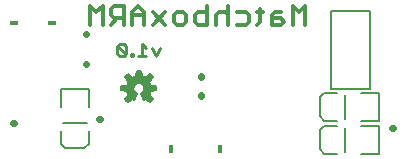
<source format=gbo>
G75*
G70*
%OFA0B0*%
%FSLAX24Y24*%
%IPPOS*%
%LPD*%
%AMOC8*
5,1,8,0,0,1.08239X$1,22.5*
%
%ADD10C,0.0140*%
%ADD11C,0.0090*%
%ADD12C,0.0080*%
%ADD13C,0.0050*%
%ADD14C,0.0220*%
%ADD15R,0.0300X0.0180*%
%ADD16R,0.0180X0.0300*%
%ADD17C,0.0059*%
D10*
X016997Y010830D02*
X016997Y011451D01*
X017204Y011244D01*
X017411Y011451D01*
X017411Y010830D01*
X017697Y010830D02*
X017904Y011037D01*
X017800Y011037D02*
X018111Y011037D01*
X018111Y010830D02*
X018111Y011451D01*
X017800Y011451D01*
X017697Y011347D01*
X017697Y011140D01*
X017800Y011037D01*
X018397Y011140D02*
X018810Y011140D01*
X018810Y011244D02*
X018810Y010830D01*
X019097Y010830D02*
X019510Y011244D01*
X019796Y011140D02*
X019900Y011244D01*
X020107Y011244D01*
X020210Y011140D01*
X020210Y010933D01*
X020107Y010830D01*
X019900Y010830D01*
X019796Y010933D01*
X019796Y011140D01*
X019510Y010830D02*
X019097Y011244D01*
X018810Y011244D02*
X018604Y011451D01*
X018397Y011244D01*
X018397Y010830D01*
X020496Y010933D02*
X020496Y011140D01*
X020600Y011244D01*
X020910Y011244D01*
X020910Y011451D02*
X020910Y010830D01*
X020600Y010830D01*
X020496Y010933D01*
X021196Y010830D02*
X021196Y011140D01*
X021299Y011244D01*
X021506Y011244D01*
X021610Y011140D01*
X021896Y011244D02*
X022206Y011244D01*
X022309Y011140D01*
X022309Y010933D01*
X022206Y010830D01*
X021896Y010830D01*
X021610Y010830D02*
X021610Y011451D01*
X022569Y011244D02*
X022776Y011244D01*
X022673Y011347D02*
X022673Y010933D01*
X022569Y010830D01*
X023062Y010830D02*
X023062Y011140D01*
X023166Y011244D01*
X023372Y011244D01*
X023372Y011037D02*
X023062Y011037D01*
X023062Y010830D02*
X023372Y010830D01*
X023476Y010933D01*
X023372Y011037D01*
X023762Y010830D02*
X023762Y011451D01*
X023969Y011244D01*
X024176Y011451D01*
X024176Y010830D01*
D11*
X019334Y010049D02*
X019197Y009775D01*
X019060Y010049D01*
X018874Y010049D02*
X018737Y010185D01*
X018737Y009775D01*
X018874Y009775D02*
X018600Y009775D01*
X018413Y009775D02*
X018345Y009775D01*
X018345Y009843D01*
X018413Y009843D01*
X018413Y009775D01*
X018183Y009843D02*
X017909Y010117D01*
X017909Y009843D01*
X017978Y009775D01*
X018115Y009775D01*
X018183Y009843D01*
X018183Y010117D01*
X018115Y010185D01*
X017978Y010185D01*
X017909Y010117D01*
D12*
X016011Y006863D02*
X016168Y006706D01*
X016798Y006706D01*
X016956Y006863D01*
X016956Y007296D01*
X016011Y007296D02*
X016011Y006863D01*
X016011Y008084D02*
X016011Y008674D01*
X016956Y008674D01*
X016956Y008084D01*
X024649Y007775D02*
X024807Y007618D01*
X025240Y007618D01*
X025240Y007462D02*
X024807Y007462D01*
X024649Y007305D01*
X024649Y006675D01*
X024807Y006518D01*
X025240Y006518D01*
X026027Y006518D02*
X026618Y006518D01*
X026618Y007462D01*
X026027Y007462D01*
X026027Y007618D02*
X026618Y007618D01*
X026618Y008562D01*
X026027Y008562D01*
X026333Y008700D02*
X026333Y011280D01*
X025033Y011280D01*
X025033Y008700D01*
X026333Y008700D01*
X025240Y008562D02*
X024807Y008562D01*
X024649Y008405D01*
X024649Y007775D01*
D13*
X025483Y007690D02*
X025483Y008490D01*
X025483Y007390D02*
X025483Y006590D01*
X016883Y007540D02*
X016083Y007540D01*
D14*
X017301Y007690D02*
X017325Y007690D01*
X014465Y007540D02*
X014441Y007540D01*
X016873Y009508D02*
X016873Y009532D01*
X016873Y010508D02*
X016873Y010532D01*
X020683Y009102D02*
X020683Y009078D01*
X020683Y008492D02*
X020683Y008468D01*
X027071Y007390D02*
X027095Y007390D01*
D15*
X015733Y010890D03*
X014466Y010896D03*
D16*
X019703Y006690D03*
X021323Y006690D03*
D17*
X019089Y008346D02*
X018987Y008245D01*
X018838Y008366D01*
X018779Y008335D01*
X018694Y008539D01*
X018732Y008561D01*
X018764Y008590D01*
X018788Y008626D01*
X018803Y008667D01*
X018808Y008710D01*
X018803Y008754D01*
X018787Y008795D01*
X018762Y008832D01*
X018729Y008861D01*
X018690Y008882D01*
X018647Y008893D01*
X018603Y008893D01*
X018560Y008883D01*
X018521Y008863D01*
X018487Y008835D01*
X018462Y008799D01*
X018445Y008758D01*
X018439Y008714D01*
X018443Y008670D01*
X018458Y008628D01*
X018482Y008591D01*
X018514Y008561D01*
X018553Y008539D01*
X018468Y008335D01*
X018408Y008366D01*
X018260Y008245D01*
X018158Y008346D01*
X018279Y008495D01*
X018248Y008555D01*
X018228Y008619D01*
X018037Y008638D01*
X018037Y008782D01*
X018228Y008801D01*
X018248Y008865D01*
X018279Y008925D01*
X018158Y009074D01*
X018260Y009175D01*
X018408Y009054D01*
X018468Y009085D01*
X018532Y009106D01*
X018551Y009296D01*
X018695Y009296D01*
X018715Y009106D01*
X018779Y009085D01*
X018838Y009054D01*
X018987Y009175D01*
X019089Y009074D01*
X018968Y008925D01*
X018998Y008865D01*
X019019Y008801D01*
X019209Y008782D01*
X019209Y008638D01*
X019019Y008619D01*
X018998Y008555D01*
X018968Y008495D01*
X019089Y008346D01*
X019079Y008358D02*
X018847Y008358D01*
X018824Y008358D02*
X018769Y008358D01*
X018745Y008416D02*
X019032Y008416D01*
X018985Y008474D02*
X018721Y008474D01*
X018697Y008531D02*
X018986Y008531D01*
X019009Y008589D02*
X018762Y008589D01*
X018795Y008646D02*
X019209Y008646D01*
X019209Y008704D02*
X018807Y008704D01*
X018800Y008761D02*
X019209Y008761D01*
X019013Y008819D02*
X018771Y008819D01*
X018701Y008876D02*
X018993Y008876D01*
X018975Y008934D02*
X018272Y008934D01*
X018254Y008876D02*
X018547Y008876D01*
X018476Y008819D02*
X018233Y008819D01*
X018225Y008992D02*
X019022Y008992D01*
X019069Y009049D02*
X018178Y009049D01*
X018191Y009107D02*
X018344Y009107D01*
X018273Y009164D02*
X018249Y009164D01*
X018532Y009107D02*
X018715Y009107D01*
X018709Y009164D02*
X018538Y009164D01*
X018544Y009222D02*
X018703Y009222D01*
X018697Y009279D02*
X018550Y009279D01*
X018903Y009107D02*
X019056Y009107D01*
X018998Y009164D02*
X018973Y009164D01*
X018447Y008761D02*
X018037Y008761D01*
X018037Y008704D02*
X018440Y008704D01*
X018452Y008646D02*
X018037Y008646D01*
X018237Y008589D02*
X018485Y008589D01*
X018549Y008531D02*
X018260Y008531D01*
X018262Y008474D02*
X018525Y008474D01*
X018502Y008416D02*
X018215Y008416D01*
X018168Y008358D02*
X018399Y008358D01*
X018422Y008358D02*
X018478Y008358D01*
X018329Y008301D02*
X018204Y008301D01*
X018918Y008301D02*
X019043Y008301D01*
M02*

</source>
